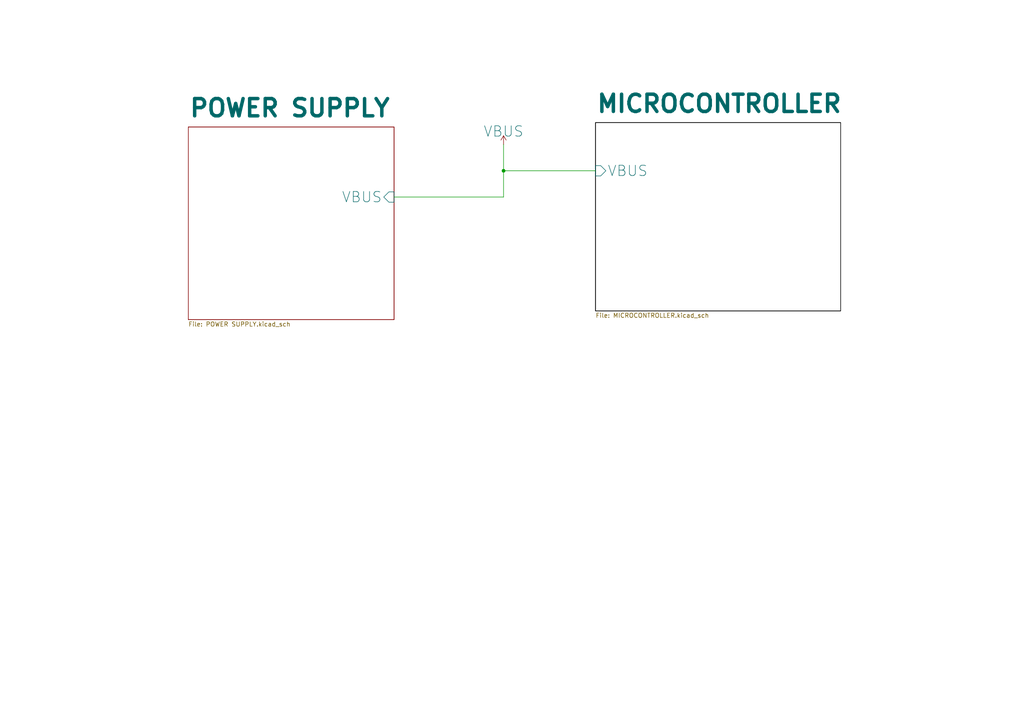
<source format=kicad_sch>
(kicad_sch (version 20211123) (generator eeschema)

  (uuid 2b59f983-8808-466f-9648-5e11cc2f842c)

  (paper "A4")

  (lib_symbols
    (symbol "power:VBUS" (power) (pin_names (offset 0)) (in_bom yes) (on_board yes)
      (property "Reference" "#PWR" (id 0) (at 0 -3.81 0)
        (effects (font (size 1.27 1.27)) hide)
      )
      (property "Value" "VBUS" (id 1) (at 0 3.81 0)
        (effects (font (size 1.27 1.27)))
      )
      (property "Footprint" "" (id 2) (at 0 0 0)
        (effects (font (size 1.27 1.27)) hide)
      )
      (property "Datasheet" "" (id 3) (at 0 0 0)
        (effects (font (size 1.27 1.27)) hide)
      )
      (property "ki_keywords" "power-flag" (id 4) (at 0 0 0)
        (effects (font (size 1.27 1.27)) hide)
      )
      (property "ki_description" "Power symbol creates a global label with name \"VBUS\"" (id 5) (at 0 0 0)
        (effects (font (size 1.27 1.27)) hide)
      )
      (symbol "VBUS_0_1"
        (polyline
          (pts
            (xy -0.762 1.27)
            (xy 0 2.54)
          )
          (stroke (width 0) (type default) (color 0 0 0 0))
          (fill (type none))
        )
        (polyline
          (pts
            (xy 0 0)
            (xy 0 2.54)
          )
          (stroke (width 0) (type default) (color 0 0 0 0))
          (fill (type none))
        )
        (polyline
          (pts
            (xy 0 2.54)
            (xy 0.762 1.27)
          )
          (stroke (width 0) (type default) (color 0 0 0 0))
          (fill (type none))
        )
      )
      (symbol "VBUS_1_1"
        (pin power_in line (at 0 0 90) (length 0) hide
          (name "VBUS" (effects (font (size 1.27 1.27))))
          (number "1" (effects (font (size 1.27 1.27))))
        )
      )
    )
  )

  (junction (at 146.05 49.53) (diameter 0) (color 0 0 0 0)
    (uuid 5200e083-92ec-4deb-87ed-7eef087d9c2c)
  )

  (wire (pts (xy 146.05 41.91) (xy 146.05 49.53))
    (stroke (width 0) (type default) (color 0 0 0 0))
    (uuid 258b83df-9fca-4ee5-897a-98b6ffe1b3cd)
  )
  (wire (pts (xy 146.05 57.15) (xy 114.3 57.15))
    (stroke (width 0) (type default) (color 0 0 0 0))
    (uuid 2c5df4da-a030-442c-8349-4c67281b1ade)
  )
  (wire (pts (xy 146.05 49.53) (xy 146.05 57.15))
    (stroke (width 0) (type default) (color 0 0 0 0))
    (uuid 3eae1ec4-863b-401e-b367-82b81883dce7)
  )
  (wire (pts (xy 146.05 49.53) (xy 172.72 49.53))
    (stroke (width 0) (type default) (color 0 0 0 0))
    (uuid 569a0fb3-2cd4-483b-b03c-7f0a995fecd2)
  )

  (symbol (lib_id "power:VBUS") (at 146.05 41.91 0) (unit 1)
    (in_bom yes) (on_board yes) (fields_autoplaced)
    (uuid 8afb95c8-cfc6-49f2-8392-6d9e47e6388b)
    (property "Reference" "#PWR0112" (id 0) (at 146.05 45.72 0)
      (effects (font (size 1.27 1.27)) hide)
    )
    (property "Value" "VBUS" (id 1) (at 146.05 38.1 0)
      (effects (font (size 3 3)))
    )
    (property "Footprint" "" (id 2) (at 146.05 41.91 0)
      (effects (font (size 1.27 1.27)) hide)
    )
    (property "Datasheet" "" (id 3) (at 146.05 41.91 0)
      (effects (font (size 1.27 1.27)) hide)
    )
    (pin "1" (uuid 344d3e4b-910b-43d3-9696-3580b98a8c83))
  )

  (sheet (at 54.61 36.83) (size 59.69 55.88) (fields_autoplaced)
    (stroke (width 0.1524) (type solid) (color 0 0 0 0))
    (fill (color 0 0 0 0.0000))
    (uuid 5ca2bdb3-907e-4aa7-aefb-875a04895051)
    (property "Sheet name" "POWER SUPPLY" (id 0) (at 54.61 34.2534 0)
      (effects (font (size 5 5) bold) (justify left bottom))
    )
    (property "Sheet file" "POWER SUPPLY.kicad_sch" (id 1) (at 54.61 93.2946 0)
      (effects (font (size 1.27 1.27)) (justify left top))
    )
    (pin "VBUS" input (at 114.3 57.15 0)
      (effects (font (size 3 3)) (justify right))
      (uuid 44a82aec-f283-484f-868c-0b2c96a0a2e6)
    )
  )

  (sheet (at 172.72 35.56) (size 71.12 54.61) (fields_autoplaced)
    (stroke (width 0.1524) (type solid) (color 0 0 0 1))
    (fill (color 0 0 0 0.0000))
    (uuid c9f69f8f-668f-4d2c-aaef-3930c5bc18e9)
    (property "Sheet name" "MICROCONTROLLER" (id 0) (at 172.72 32.9834 0)
      (effects (font (size 5 5) bold) (justify left bottom))
    )
    (property "Sheet file" "MICROCONTROLLER.kicad_sch" (id 1) (at 172.72 90.7546 0)
      (effects (font (size 1.27 1.27)) (justify left top))
    )
    (pin "VBUS" input (at 172.72 49.53 180)
      (effects (font (size 3 3)) (justify left))
      (uuid 7dca53ea-a09d-48c5-8f7e-1927aee9d738)
    )
  )

  (sheet_instances
    (path "/" (page "1"))
    (path "/5ca2bdb3-907e-4aa7-aefb-875a04895051" (page "3"))
    (path "/c9f69f8f-668f-4d2c-aaef-3930c5bc18e9" (page "4"))
  )

  (symbol_instances
    (path "/c9f69f8f-668f-4d2c-aaef-3930c5bc18e9/f9bee2ae-555c-41a1-8a27-9b77fd72ca96"
      (reference "#PWR04") (unit 1) (value "GND") (footprint "")
    )
    (path "/c9f69f8f-668f-4d2c-aaef-3930c5bc18e9/4f753cf0-2c4f-45c5-a9a3-2281e5191f5c"
      (reference "#PWR05") (unit 1) (value "GND") (footprint "")
    )
    (path "/c9f69f8f-668f-4d2c-aaef-3930c5bc18e9/d5e9148a-d5a7-4d51-b997-9b4c0d2df00c"
      (reference "#PWR06") (unit 1) (value "GND") (footprint "")
    )
    (path "/c9f69f8f-668f-4d2c-aaef-3930c5bc18e9/6e2e9968-74f9-48ca-a476-9ca04264eed3"
      (reference "#PWR08") (unit 1) (value "GND") (footprint "")
    )
    (path "/c9f69f8f-668f-4d2c-aaef-3930c5bc18e9/dcad7a8b-16ca-4d02-b097-b43f7d07348e"
      (reference "#PWR09") (unit 1) (value "GND") (footprint "")
    )
    (path "/c9f69f8f-668f-4d2c-aaef-3930c5bc18e9/e90aebdd-4496-497e-b944-c26fec2e086d"
      (reference "#PWR011") (unit 1) (value "GND") (footprint "")
    )
    (path "/c9f69f8f-668f-4d2c-aaef-3930c5bc18e9/fd91cc36-394d-4000-9ba2-03796dd0e9bb"
      (reference "#PWR012") (unit 1) (value "GND") (footprint "")
    )
    (path "/c9f69f8f-668f-4d2c-aaef-3930c5bc18e9/f6ff9ad6-2d1d-4c25-ab2d-2e1eb4e47103"
      (reference "#PWR016") (unit 1) (value "GND") (footprint "")
    )
    (path "/c9f69f8f-668f-4d2c-aaef-3930c5bc18e9/79423909-3cf8-4d5f-a941-11265bd5249e"
      (reference "#PWR019") (unit 1) (value "GND") (footprint "")
    )
    (path "/c9f69f8f-668f-4d2c-aaef-3930c5bc18e9/d9333382-5bf1-444c-8c11-b759b618acb9"
      (reference "#PWR020") (unit 1) (value "GND") (footprint "")
    )
    (path "/c9f69f8f-668f-4d2c-aaef-3930c5bc18e9/ab1a9bf6-d829-471a-8f52-2daa84760a6f"
      (reference "#PWR021") (unit 1) (value "GND") (footprint "")
    )
    (path "/5ca2bdb3-907e-4aa7-aefb-875a04895051/af551b10-056f-4273-ab35-3ad644f671c6"
      (reference "#PWR0101") (unit 1) (value "GND") (footprint "")
    )
    (path "/5ca2bdb3-907e-4aa7-aefb-875a04895051/b3491ae2-796b-45b7-aa51-34852b8346a2"
      (reference "#PWR0102") (unit 1) (value "+3.3V") (footprint "")
    )
    (path "/c9f69f8f-668f-4d2c-aaef-3930c5bc18e9/e7940b79-0421-43c2-b580-ae34fc5a5a00"
      (reference "#PWR0103") (unit 1) (value "GND") (footprint "")
    )
    (path "/c9f69f8f-668f-4d2c-aaef-3930c5bc18e9/9c8e030b-617a-42cb-b080-3b015e63be3e"
      (reference "#PWR0104") (unit 1) (value "+3.3V") (footprint "")
    )
    (path "/c9f69f8f-668f-4d2c-aaef-3930c5bc18e9/f34fad90-e0e2-47a2-89d9-dd694d59a38b"
      (reference "#PWR0105") (unit 1) (value "+3.3V") (footprint "")
    )
    (path "/c9f69f8f-668f-4d2c-aaef-3930c5bc18e9/0a5ce98c-cca7-42fc-ae73-7cab4b37a18f"
      (reference "#PWR0106") (unit 1) (value "+3.3V") (footprint "")
    )
    (path "/c9f69f8f-668f-4d2c-aaef-3930c5bc18e9/59c729e3-1abe-499c-9b2b-d68a78cb4e4f"
      (reference "#PWR0107") (unit 1) (value "+3.3V") (footprint "")
    )
    (path "/c9f69f8f-668f-4d2c-aaef-3930c5bc18e9/f72870ef-818d-40f2-bd65-669d1f093c1b"
      (reference "#PWR0108") (unit 1) (value "+3.3V") (footprint "")
    )
    (path "/c9f69f8f-668f-4d2c-aaef-3930c5bc18e9/97b1645f-51f8-434d-ba10-b452013a062c"
      (reference "#PWR0109") (unit 1) (value "+3.3V") (footprint "")
    )
    (path "/c9f69f8f-668f-4d2c-aaef-3930c5bc18e9/79256b90-984b-4b90-a021-46810ffe006a"
      (reference "#PWR0110") (unit 1) (value "+3.3V") (footprint "")
    )
    (path "/c9f69f8f-668f-4d2c-aaef-3930c5bc18e9/f03be471-1671-4bf5-8e71-81000de1d9d1"
      (reference "#PWR0111") (unit 1) (value "+3.3V") (footprint "")
    )
    (path "/8afb95c8-cfc6-49f2-8392-6d9e47e6388b"
      (reference "#PWR0112") (unit 1) (value "VBUS") (footprint "")
    )
    (path "/c9f69f8f-668f-4d2c-aaef-3930c5bc18e9/e7dff44e-08da-487b-96b0-c6b375b39265"
      (reference "C1") (unit 1) (value "10u/0805/50V") (footprint "Capacitor_SMD:C_0402_1005Metric")
    )
    (path "/c9f69f8f-668f-4d2c-aaef-3930c5bc18e9/8d2fed64-0442-444f-95aa-1e88da5c416c"
      (reference "C2") (unit 1) (value "100n/0805/50V") (footprint "Capacitor_SMD:C_0402_1005Metric")
    )
    (path "/c9f69f8f-668f-4d2c-aaef-3930c5bc18e9/2f3ae36a-00c8-4900-a87f-fcf9ffb2a7c9"
      (reference "C3") (unit 1) (value "100n/0805/50V") (footprint "Capacitor_SMD:C_0402_1005Metric")
    )
    (path "/c9f69f8f-668f-4d2c-aaef-3930c5bc18e9/8b482ce7-4ed7-4432-acfd-36cf9012c466"
      (reference "C4") (unit 1) (value "100n/0805/50V") (footprint "Capacitor_SMD:C_0402_1005Metric")
    )
    (path "/c9f69f8f-668f-4d2c-aaef-3930c5bc18e9/814374f2-13ad-4a02-852c-c677756cf34b"
      (reference "C5") (unit 1) (value "100n/0805/50V") (footprint "Capacitor_SMD:C_0402_1005Metric")
    )
    (path "/c9f69f8f-668f-4d2c-aaef-3930c5bc18e9/af1c2fc2-c7d5-4ce3-a698-41f90f6f049a"
      (reference "C6") (unit 1) (value "10n/0805/50V") (footprint "Capacitor_SMD:C_0402_1005Metric")
    )
    (path "/c9f69f8f-668f-4d2c-aaef-3930c5bc18e9/4dd5c766-3691-47f5-9276-b05fcec19173"
      (reference "C7") (unit 1) (value "1u/0805/50V") (footprint "Capacitor_SMD:C_0402_1005Metric")
    )
    (path "/c9f69f8f-668f-4d2c-aaef-3930c5bc18e9/b0c63e57-fc35-4c37-b489-8605b7386f0f"
      (reference "C8") (unit 1) (value "1u/0805/50V") (footprint "Capacitor_SMD:C_0402_1005Metric")
    )
    (path "/c9f69f8f-668f-4d2c-aaef-3930c5bc18e9/9fe31ca3-0478-4115-a919-ec3c76e7f2a2"
      (reference "C9") (unit 1) (value "100n/0805/16V") (footprint "Capacitor_SMD:C_0402_1005Metric")
    )
    (path "/c9f69f8f-668f-4d2c-aaef-3930c5bc18e9/fd5ee49c-4c68-4fb6-acfb-1ff9f530345f"
      (reference "C10") (unit 1) (value "10p/0805/16V") (footprint "Capacitor_SMD:C_0402_1005Metric")
    )
    (path "/c9f69f8f-668f-4d2c-aaef-3930c5bc18e9/27c9fa0e-01a0-4f08-866c-de98ab98b059"
      (reference "C11") (unit 1) (value "10p/0805/16V") (footprint "Capacitor_SMD:C_0402_1005Metric")
    )
    (path "/5ca2bdb3-907e-4aa7-aefb-875a04895051/de80ba9a-ec67-4067-a7bf-061de6353ed7"
      (reference "C13") (unit 1) (value "10u/0805/50V") (footprint "Capacitor_SMD:C_0805_2012Metric")
    )
    (path "/5ca2bdb3-907e-4aa7-aefb-875a04895051/677a3141-c6e9-44f8-b91b-799ad5f319f1"
      (reference "C14") (unit 1) (value "10u/0805/50V") (footprint "Capacitor_SMD:C_0805_2012Metric")
    )
    (path "/c9f69f8f-668f-4d2c-aaef-3930c5bc18e9/fbe3758d-3c92-47ee-b668-dbe5a6853d23"
      (reference "H1") (unit 1) (value "MountingHole") (footprint "MountingHole:MountingHole_2.2mm_M2")
    )
    (path "/c9f69f8f-668f-4d2c-aaef-3930c5bc18e9/8b9cd2af-609e-4613-8ad4-bbeb1ab721af"
      (reference "H2") (unit 1) (value "MountingHole") (footprint "MountingHole:MountingHole_2.2mm_M2")
    )
    (path "/c9f69f8f-668f-4d2c-aaef-3930c5bc18e9/00bffa32-78ec-4d60-bd7e-faaef8bd6064"
      (reference "H3") (unit 1) (value "MountingHole") (footprint "MountingHole:MountingHole_2.2mm_M2")
    )
    (path "/c9f69f8f-668f-4d2c-aaef-3930c5bc18e9/0fd545fa-c58a-4b70-8a3e-9a1eda38a721"
      (reference "H4") (unit 1) (value "MountingHole") (footprint "MountingHole:MountingHole_2.2mm_M2")
    )
    (path "/c9f69f8f-668f-4d2c-aaef-3930c5bc18e9/2babfc8a-eac9-48c8-9953-2d95c3501713"
      (reference "I2C1") (unit 1) (value "Conn_01x04_Male") (footprint "Connector_PinHeader_2.54mm:PinHeader_1x04_P2.54mm_Vertical")
    )
    (path "/c9f69f8f-668f-4d2c-aaef-3930c5bc18e9/13473f14-90e6-4830-b65b-11ff04252b4d"
      (reference "J2") (unit 1) (value "USB_B_Micro") (footprint "Connector_USB:USB_Micro-B_Wuerth_629105150521")
    )
    (path "/c9f69f8f-668f-4d2c-aaef-3930c5bc18e9/1f6e871e-f49e-4421-9a0f-82377ce06f19"
      (reference "J3") (unit 1) (value "Conn_01x04_Male") (footprint "Connector_PinHeader_2.54mm:PinHeader_1x04_P2.54mm_Vertical")
    )
    (path "/c9f69f8f-668f-4d2c-aaef-3930c5bc18e9/6f8223fd-55e0-4677-91aa-7d800204166b"
      (reference "L1") (unit 1) (value "22uH/0603/300mA") (footprint "Inductor_SMD:L_0603_1608Metric")
    )
    (path "/c9f69f8f-668f-4d2c-aaef-3930c5bc18e9/ca6ca4c4-dbc6-4b79-9768-06f56df62a68"
      (reference "R1") (unit 1) (value "10k") (footprint "Resistor_SMD:R_0402_1005Metric")
    )
    (path "/c9f69f8f-668f-4d2c-aaef-3930c5bc18e9/f16b8e61-4c10-44fa-a6f8-2ac7c0ce2f6b"
      (reference "R2") (unit 1) (value "1.5k") (footprint "Resistor_SMD:R_0402_1005Metric")
    )
    (path "/c9f69f8f-668f-4d2c-aaef-3930c5bc18e9/9698b4d6-31df-4fc1-8f32-ef16bbf9d696"
      (reference "R3") (unit 1) (value "1.5k") (footprint "Resistor_SMD:R_0402_1005Metric")
    )
    (path "/c9f69f8f-668f-4d2c-aaef-3930c5bc18e9/04650c8a-2f28-491c-a22c-1ffb7fbb2a9e"
      (reference "R4") (unit 1) (value "1.5k") (footprint "Resistor_SMD:R_0402_1005Metric")
    )
    (path "/c9f69f8f-668f-4d2c-aaef-3930c5bc18e9/46ff0204-cd93-41c7-b7a1-b85113a2994b"
      (reference "SW1") (unit 1) (value "SW_SPDT") (footprint "Button_Switch_SMD:SW_SPDT_PCM12")
    )
    (path "/5ca2bdb3-907e-4aa7-aefb-875a04895051/842c01eb-6cd4-405f-bc0f-2147e484f376"
      (reference "U1") (unit 1) (value "AMS1117") (footprint "Package_TO_SOT_SMD:SOT-223-3_TabPin2")
    )
    (path "/c9f69f8f-668f-4d2c-aaef-3930c5bc18e9/c9b01fc3-fc22-45e6-a8a4-add9058e1a52"
      (reference "U2") (unit 1) (value "STM32F103C8Tx") (footprint "Package_QFP:LQFP-48_7x7mm_P0.5mm")
    )
    (path "/c9f69f8f-668f-4d2c-aaef-3930c5bc18e9/5a18a497-1979-443b-8f6e-3283aea58790"
      (reference "USART1") (unit 1) (value "Conn_01x04_Male") (footprint "Connector_PinHeader_2.54mm:PinHeader_1x04_P2.54mm_Vertical")
    )
    (path "/c9f69f8f-668f-4d2c-aaef-3930c5bc18e9/a8677cc6-f2a8-41cf-910c-11e79c1ab21e"
      (reference "Y1") (unit 1) (value "Crystal_GND24") (footprint "Crystal:Crystal_SMD_3225-4Pin_3.2x2.5mm")
    )
  )
)

</source>
